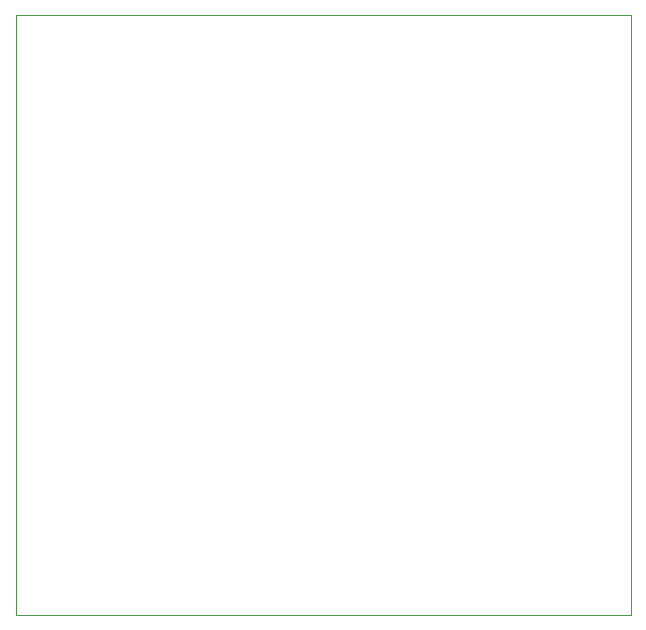
<source format=gm1>
G04 #@! TF.GenerationSoftware,KiCad,Pcbnew,6.0.5-a6ca702e91~116~ubuntu20.04.1*
G04 #@! TF.CreationDate,2022-05-18T13:30:30-07:00*
G04 #@! TF.ProjectId,tag-connect-breakout,7461672d-636f-46e6-9e65-63742d627265,rev?*
G04 #@! TF.SameCoordinates,Original*
G04 #@! TF.FileFunction,Profile,NP*
%FSLAX46Y46*%
G04 Gerber Fmt 4.6, Leading zero omitted, Abs format (unit mm)*
G04 Created by KiCad (PCBNEW 6.0.5-a6ca702e91~116~ubuntu20.04.1) date 2022-05-18 13:30:30*
%MOMM*%
%LPD*%
G01*
G04 APERTURE LIST*
G04 #@! TA.AperFunction,Profile*
%ADD10C,0.020000*%
G04 #@! TD*
G04 APERTURE END LIST*
D10*
X87630000Y-81280000D02*
X35560000Y-81280000D01*
X87630000Y-132080000D02*
X87630000Y-81280000D01*
X35560000Y-132080000D02*
X87630000Y-132080000D01*
X35560000Y-81280000D02*
X35560000Y-132080000D01*
M02*

</source>
